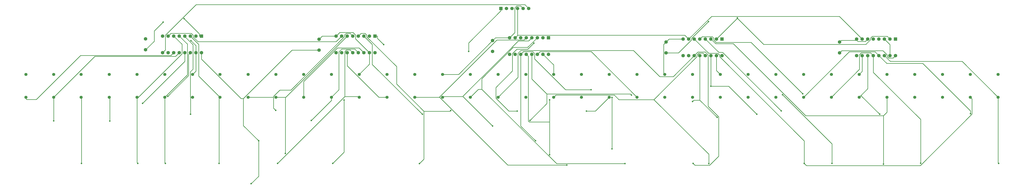
<source format=gbl>
G04 Layer: BottomLayer*
G04 EasyEDA v6.5.40, 2024-07-22 23:31:44*
G04 cb6e2e9fbd21486d88ae5690d2d3dc00,10*
G04 Gerber Generator version 0.2*
G04 Scale: 100 percent, Rotated: No, Reflected: No *
G04 Dimensions in millimeters *
G04 leading zeros omitted , absolute positions ,4 integer and 5 decimal *
%FSLAX45Y45*%
%MOMM*%

%ADD10C,0.2540*%
%ADD11C,1.6000*%
%ADD12R,1.6000X1.6000*%
%ADD13C,1.5748*%
%ADD14R,1.5748X1.5748*%
%ADD15C,1.4000*%
%ADD16C,0.7000*%
%ADD17C,0.0102*%

%LPD*%
D10*
X17018000Y2142007D02*
G01*
X16649725Y2142007D01*
X15201900Y3589832D01*
X15201900Y4191000D01*
X33037779Y5766688D02*
G01*
X34235643Y4568875D01*
X38910259Y4568875D01*
X39128700Y4787442D01*
X39128700Y4854447D01*
X39212266Y4938064D01*
X39892986Y4938064D01*
X40017700Y4813300D01*
X32084518Y4813300D02*
G01*
X33037779Y5766688D01*
X33037779Y5766688D02*
G01*
X33037779Y5790031D01*
X38747700Y4813300D02*
G01*
X37702998Y5857976D01*
X31859220Y5857976D01*
X30814518Y4813300D01*
X7014616Y4953000D02*
G01*
X7141921Y5080304D01*
X8065338Y5080304D01*
X8157616Y4988026D01*
X8157616Y4910810D01*
X8374989Y4693437D01*
X14688337Y4693437D01*
X14947900Y4953000D01*
X22987000Y4995926D02*
G01*
X30631891Y4995926D01*
X30814518Y4813300D01*
X22987000Y6223000D02*
G01*
X22987000Y4995926D01*
X22987000Y4995926D02*
G01*
X22987000Y4982641D01*
X22881158Y4876800D01*
X508000Y2142007D02*
G01*
X508000Y2066899D01*
X540664Y2034235D01*
X980262Y2034235D01*
X3002915Y4056887D01*
X7134504Y4056887D01*
X7268616Y4191000D01*
X23495000Y6223000D02*
G01*
X23324591Y6393408D01*
X8286318Y6393408D01*
X6887616Y4994706D01*
X6887616Y4318000D01*
X6760616Y4191000D01*
X38608000Y2142007D02*
G01*
X38684200Y2218080D01*
X38684200Y2218080D02*
G01*
X39001700Y2535707D01*
X39001700Y4051300D01*
X38684200Y2218080D02*
G01*
X39545768Y1356309D01*
X1779320Y2140686D02*
G01*
X3654729Y4016095D01*
X7347711Y4016095D01*
X7522616Y4191000D01*
X1778000Y2142007D02*
G01*
X1779320Y2140686D01*
X1779320Y2140686D02*
G01*
X1779320Y1050569D01*
X8037220Y1359915D02*
G01*
X8037220Y2142007D01*
X8128000Y2142007D02*
G01*
X8037220Y2142007D01*
X7776616Y4953000D02*
G01*
X7776616Y4925466D01*
X8143824Y4558258D01*
X8143824Y3427729D01*
X8029829Y3313734D01*
X8029829Y2149398D01*
X8037220Y2142007D01*
X5981700Y4322013D02*
G01*
X6373596Y4713909D01*
X6373596Y5185460D01*
X6782308Y5594172D01*
X40271700Y4051300D02*
G01*
X40161463Y3940987D01*
X39956740Y3940987D01*
X39890700Y4006977D01*
X39890700Y4083202D01*
X39693596Y4280280D01*
X37812725Y4280280D01*
X37714682Y4182313D01*
X22225000Y6223000D02*
G01*
X22225000Y6116345D01*
X22225000Y6116345D02*
G01*
X20748243Y4639589D01*
X20748243Y4245813D01*
X10804448Y-1835886D02*
G01*
X11146993Y-1493342D01*
X11146993Y138785D01*
X10451007Y2083384D02*
G01*
X10343083Y2083384D01*
X8538616Y3887851D01*
X8538616Y4191000D01*
X13914958Y4309313D02*
G01*
X12676936Y4309313D01*
X10451007Y2083384D01*
X10451007Y2083384D02*
G01*
X10451007Y834770D01*
X11146993Y138785D01*
X29781500Y4182313D02*
G01*
X30348174Y4182313D01*
X30941518Y4775682D01*
X30941518Y4841239D01*
X31716979Y5616702D01*
X38608000Y3191992D02*
G01*
X38747700Y3331692D01*
X38747700Y4051300D01*
X32258000Y3191992D02*
G01*
X32084518Y3365550D01*
X32084518Y4051300D01*
X39763700Y4813300D02*
G01*
X40017700Y4559300D01*
X40017700Y4051300D01*
X38493700Y4758309D02*
G01*
X38493700Y4813300D01*
X39001700Y4813300D02*
G01*
X38891718Y4703318D01*
X38548818Y4703318D01*
X38493700Y4758309D01*
X38493700Y4758309D02*
G01*
X37790882Y4758309D01*
X37714682Y4682312D01*
X30560518Y4813300D02*
G01*
X29912563Y4813300D01*
X29781500Y4682312D01*
X24638000Y3191992D02*
G01*
X24638000Y3627958D01*
X24151158Y4114800D01*
X23241000Y6223000D02*
G01*
X23127258Y6336741D01*
X22949077Y6336741D01*
X22860000Y6247663D01*
X22860000Y5109641D01*
X22627158Y4876800D01*
X14693900Y4953000D02*
G01*
X14058645Y4953000D01*
X13914958Y4809312D01*
X16217900Y4191000D02*
G01*
X15582900Y4826000D01*
X15582900Y4996154D01*
X15459557Y5119496D01*
X14860397Y5119496D01*
X14693900Y4953000D01*
X29718000Y3191992D02*
G01*
X29671009Y3238957D01*
X29671009Y4571847D01*
X29781500Y4682312D01*
X15748000Y3191992D02*
G01*
X16217900Y3661892D01*
X16217900Y4191000D01*
X22627158Y4876800D02*
G01*
X21979229Y4876800D01*
X21848241Y4745812D01*
X19558000Y3191992D02*
G01*
X20294422Y3191992D01*
X21848241Y4745812D01*
X8284616Y4191000D02*
G01*
X8277733Y4191000D01*
X8128000Y3191992D02*
G01*
X8277733Y3341725D01*
X8277733Y4191000D01*
X8277733Y4191000D02*
G01*
X8277733Y4513503D01*
X8052384Y4738852D01*
X8538641Y4953000D02*
G01*
X8430717Y4953000D01*
X8430717Y4953000D02*
G01*
X8430717Y5060924D01*
X7738160Y5753480D01*
X16579824Y4953000D02*
G01*
X16579824Y4845075D01*
X16862780Y4562119D01*
X16471900Y4953000D02*
G01*
X16579824Y4953000D01*
X6858000Y2142007D02*
G01*
X6858000Y-871499D01*
X6887006Y-900506D01*
X7522616Y4953000D02*
G01*
X7889798Y4585817D01*
X7889798Y3173806D01*
X6858000Y2142007D01*
X10668000Y2142007D02*
G01*
X11826113Y2142007D01*
X15455900Y4953000D02*
G01*
X15334843Y5074056D01*
X15152268Y5074056D01*
X15074900Y4996687D01*
X15074900Y4920157D01*
X12625654Y2470912D01*
X12113869Y2470912D01*
X11826113Y2183155D01*
X11826113Y2142007D01*
X11826113Y2142007D02*
G01*
X11826113Y1641703D01*
X11927306Y1540510D01*
X36026598Y2295296D02*
G01*
X33663636Y4658360D01*
X32068008Y4658360D01*
X31957518Y4768977D01*
X31957518Y4855565D01*
X31891477Y4921529D01*
X31430722Y4921529D01*
X31322518Y4813300D01*
X37366956Y-900125D02*
G01*
X37366956Y-4775D01*
X35107372Y2254885D01*
X39719758Y1291158D02*
G01*
X39719758Y-935710D01*
X39878000Y2142007D02*
G01*
X39878000Y1449400D01*
X39719758Y1291158D01*
X39719758Y1291158D02*
G01*
X36161979Y1291158D01*
X32853629Y4599482D01*
X32044386Y4599482D01*
X31830518Y4813300D01*
X35045904Y1512265D02*
G01*
X32358075Y4200169D01*
X32189674Y4200169D01*
X31576518Y4813300D01*
X36096956Y-902538D02*
G01*
X36193222Y-998778D01*
X41404793Y-998778D01*
X43768009Y1364361D01*
X43768009Y2061971D01*
X43688000Y2142007D01*
X31068518Y4813300D02*
G01*
X31722313Y4159377D01*
X32142684Y4159377D01*
X32223456Y4078655D01*
X32223456Y4007230D01*
X36096956Y133629D01*
X36096956Y-902538D01*
X31828486Y2643682D02*
G01*
X31830518Y2645537D01*
X31830518Y2645537D02*
G01*
X31830518Y4051300D01*
X31830518Y2645537D02*
G01*
X32638745Y2645537D01*
X33924493Y1359915D01*
X29221175Y2032025D02*
G01*
X31735013Y-481837D01*
X31735013Y-913460D01*
X31576518Y4051300D02*
G01*
X31458661Y4169029D01*
X31275527Y4169029D01*
X31195518Y4088917D01*
X31195518Y4006240D01*
X29221175Y2032025D01*
X24638000Y2142007D02*
G01*
X24736425Y2240432D01*
X27411934Y2240432D01*
X27620468Y2032025D01*
X29221175Y2032025D01*
X31322518Y4051300D02*
G01*
X31322518Y2006828D01*
X31322518Y2006828D02*
G01*
X32112204Y1216990D01*
X31322518Y2006828D02*
G01*
X31051245Y2006828D01*
X30988000Y1943607D01*
X31068518Y4051300D02*
G01*
X31237427Y4220184D01*
X31570675Y4220184D01*
X31703518Y4087495D01*
X31703518Y1723389D01*
X32186118Y1240713D01*
X32186118Y-566801D01*
X31770827Y-982040D01*
X31095441Y-982040D01*
X31016956Y-903579D01*
X22098000Y2142007D02*
G01*
X23008158Y3052165D01*
X23008158Y4159859D01*
X23136326Y4288028D01*
X28289504Y4288028D01*
X29487113Y3090468D01*
X30107636Y3090468D01*
X31068518Y4051300D01*
X23389158Y4876800D02*
G01*
X23280141Y4767783D01*
X22035795Y4767783D01*
X19414667Y2146655D01*
X19414667Y2146655D02*
G01*
X19410019Y2142007D01*
X18288000Y2142007D01*
X19414667Y2146655D02*
G01*
X22538588Y-977264D01*
X25243281Y-977264D01*
X27178000Y2142007D02*
G01*
X26541222Y1505229D01*
X26136854Y1505229D01*
X22967746Y1505229D02*
G01*
X22589210Y1505229D01*
X21994393Y2100046D01*
X21994393Y2589555D01*
X22754158Y3349320D01*
X22754158Y4142384D01*
X22956850Y4345076D01*
X23452327Y4345076D01*
X23732769Y4625517D01*
X28448000Y2142007D02*
G01*
X26353770Y4236364D01*
X24018722Y4236364D01*
X23897158Y4114800D01*
X27304745Y2129891D02*
G01*
X27304745Y-230276D01*
X28196540Y2237511D02*
G01*
X28139898Y2294128D01*
X24329110Y2294128D01*
X23643158Y4114800D02*
G01*
X23643158Y2980080D01*
X24329110Y2294128D01*
X24329110Y2294128D02*
G01*
X24329110Y1852447D01*
X23550727Y1074064D01*
X24452351Y1000277D02*
G01*
X23522457Y1000277D01*
X23480217Y1042517D01*
X23480217Y4023740D01*
X23389158Y4114800D01*
X24452351Y-503758D02*
G01*
X24452351Y1000277D01*
X24452351Y1000277D02*
G01*
X24452351Y2020646D01*
X26347927Y2489758D02*
G01*
X25183845Y2489758D01*
X23770158Y3903446D01*
X23770158Y4143044D01*
X23678997Y4234205D01*
X23254563Y4234205D01*
X23135158Y4114800D01*
X23135158Y4114800D02*
G01*
X23135158Y813384D01*
X23807775Y140766D01*
X15963900Y4953000D02*
G01*
X16344900Y4572000D01*
X16344900Y3648659D01*
X18633643Y1359915D01*
X12369190Y-446404D02*
G01*
X12369190Y2142007D01*
X11938000Y2142007D02*
G01*
X12369190Y2142007D01*
X12369190Y2142007D02*
G01*
X12390907Y2142007D01*
X15201900Y4953000D01*
X15963900Y4191000D02*
G01*
X15743478Y4411421D01*
X14748891Y4411421D01*
X13208000Y2870530D01*
X13208000Y2142007D01*
X14536420Y-901395D02*
G01*
X15055951Y-381863D01*
X15055951Y2014169D01*
X15709900Y4191000D02*
G01*
X15543072Y4357827D01*
X14951252Y4357827D01*
X14820900Y4227474D01*
X14820900Y2484907D01*
X14478000Y2142007D01*
X14478000Y2142007D02*
G01*
X14478000Y1992223D01*
X13559840Y1074064D01*
X15748000Y2142007D02*
G01*
X15716021Y2173986D01*
X15088031Y2173986D01*
X15455900Y4191000D02*
G01*
X15334843Y4312056D01*
X15162453Y4312056D01*
X15088031Y4237634D01*
X15088031Y2173986D01*
X15088031Y2173986D02*
G01*
X12012371Y-901674D01*
X4318000Y2142007D02*
G01*
X4346956Y2113051D01*
X4346956Y1048638D01*
X8030616Y4191000D02*
G01*
X7945450Y4105833D01*
X7945450Y3133623D01*
X6996531Y2184704D01*
X3035300Y2142007D02*
G01*
X3047720Y2129586D01*
X3047720Y-903579D01*
X5843600Y1858797D02*
G01*
X7776616Y3791813D01*
X7776616Y4191000D01*
X37338000Y2142007D02*
G01*
X38620700Y3424707D01*
X38620700Y4090365D01*
X38705790Y4175404D01*
X39131493Y4175404D01*
X39255700Y4051300D01*
X39255700Y4051300D02*
G01*
X39255700Y3285693D01*
X41419525Y1121892D01*
X41419525Y-893851D01*
X36068000Y2142007D02*
G01*
X38153593Y4227626D01*
X39333424Y4227626D01*
X39509700Y4051300D01*
X43693334Y1383715D02*
G01*
X43693334Y1511833D01*
X41511474Y3693464D01*
X39867586Y3693464D01*
X39509700Y4051300D01*
X44958000Y2142007D02*
G01*
X43314366Y3785768D01*
X40029129Y3785768D01*
X39763700Y4051300D01*
X44958000Y2142007D02*
G01*
X44958000Y-872921D01*
X44986956Y-901928D01*
X5588000Y2142007D02*
G01*
X5588000Y-865555D01*
X5624931Y-902487D01*
X7268616Y4953000D02*
G01*
X7642174Y4579442D01*
X7642174Y4136593D01*
X5647588Y2142007D01*
X5588000Y2142007D01*
X9385300Y2142007D02*
G01*
X8411616Y3115690D01*
X8411616Y4572000D01*
X8030616Y4953000D01*
X9385300Y2142007D02*
G01*
X9342450Y2099157D01*
X9342450Y-902893D01*
X18503188Y-913460D02*
G01*
X18707023Y-709625D01*
X18707023Y1496491D01*
X18707023Y1496491D02*
G01*
X17458867Y2744647D01*
X17458867Y3551504D01*
X16090900Y4919471D01*
X16090900Y4996662D01*
X16013531Y5074030D01*
X15830931Y5074030D01*
X15709900Y4953000D01*
X18707023Y1496491D02*
G01*
X19898944Y1496491D01*
X19934250Y1531797D01*
X20487284Y2175535D02*
G01*
X20487284Y2188667D01*
X23025608Y4726990D01*
X23493349Y4726990D01*
X23643158Y4876800D01*
X19558000Y2142007D02*
G01*
X19591527Y2175535D01*
X20487284Y2175535D01*
X20487284Y2175535D02*
G01*
X21843618Y819200D01*
X20828000Y2142007D02*
G01*
X21189264Y2503271D01*
X21353957Y2503271D01*
X21353957Y2503271D02*
G01*
X24770689Y-913460D01*
X27896565Y-913460D01*
X23897158Y4876800D02*
G01*
X23894897Y4876800D01*
X23448949Y4430852D01*
X22787533Y4430852D01*
X21353957Y2997276D01*
X21353957Y2503271D01*
D11*
G01*
X5981700Y4322013D03*
G01*
X5981700Y4822012D03*
G01*
X13914958Y4309313D03*
G01*
X13914958Y4809312D03*
G01*
X21848241Y4245813D03*
G01*
X21848241Y4745812D03*
G01*
X29781500Y4182313D03*
G01*
X29781500Y4682312D03*
G01*
X37714783Y4182313D03*
G01*
X37714783Y4682312D03*
G01*
X8538616Y4191000D03*
G01*
X8284616Y4191000D03*
G01*
X8030616Y4191000D03*
G01*
X7776616Y4191000D03*
G01*
X7522616Y4191000D03*
G01*
X7268616Y4191000D03*
G01*
X7014616Y4191000D03*
G01*
X6760616Y4191000D03*
G01*
X6760616Y4953000D03*
G01*
X7014616Y4953000D03*
G01*
X7268616Y4953000D03*
G01*
X7522616Y4953000D03*
G01*
X7776616Y4953000D03*
G01*
X8030616Y4953000D03*
G01*
X8284616Y4953000D03*
D12*
G01*
X8538641Y4953000D03*
D11*
G01*
X16471900Y4191000D03*
G01*
X16217900Y4191000D03*
G01*
X15963900Y4191000D03*
G01*
X15709900Y4191000D03*
G01*
X15455900Y4191000D03*
G01*
X15201900Y4191000D03*
G01*
X14947900Y4191000D03*
G01*
X14693900Y4191000D03*
G01*
X14693900Y4953000D03*
G01*
X14947900Y4953000D03*
G01*
X15201900Y4953000D03*
G01*
X15455900Y4953000D03*
G01*
X15709900Y4953000D03*
G01*
X15963900Y4953000D03*
G01*
X16217900Y4953000D03*
D12*
G01*
X16471900Y4953000D03*
D11*
G01*
X24405158Y4114800D03*
G01*
X24151158Y4114800D03*
G01*
X23897158Y4114800D03*
G01*
X23643158Y4114800D03*
G01*
X23389158Y4114800D03*
G01*
X23135158Y4114800D03*
G01*
X22881158Y4114800D03*
G01*
X22627158Y4114800D03*
G01*
X22627158Y4876800D03*
G01*
X22881158Y4876800D03*
G01*
X23135158Y4876800D03*
G01*
X23389158Y4876800D03*
G01*
X23643158Y4876800D03*
G01*
X23897158Y4876800D03*
G01*
X24151158Y4876800D03*
D12*
G01*
X24405183Y4876800D03*
D11*
G01*
X32338441Y4051300D03*
G01*
X32084441Y4051300D03*
G01*
X31830441Y4051300D03*
G01*
X31576441Y4051300D03*
G01*
X31322441Y4051300D03*
G01*
X31068441Y4051300D03*
G01*
X30814441Y4051300D03*
G01*
X30560441Y4051300D03*
G01*
X30560441Y4813300D03*
G01*
X30814441Y4813300D03*
G01*
X31068441Y4813300D03*
G01*
X31322441Y4813300D03*
G01*
X31576441Y4813300D03*
G01*
X31830441Y4813300D03*
G01*
X32084441Y4813300D03*
D12*
G01*
X32338441Y4813300D03*
D11*
G01*
X40271700Y4051300D03*
G01*
X40017700Y4051300D03*
G01*
X39763700Y4051300D03*
G01*
X39509700Y4051300D03*
G01*
X39255700Y4051300D03*
G01*
X39001700Y4051300D03*
G01*
X38747700Y4051300D03*
G01*
X38493700Y4051300D03*
G01*
X38493700Y4813300D03*
G01*
X38747700Y4813300D03*
G01*
X39001700Y4813300D03*
G01*
X39255700Y4813300D03*
G01*
X39509700Y4813300D03*
G01*
X39763700Y4813300D03*
G01*
X40017700Y4813300D03*
D12*
G01*
X40271700Y4813300D03*
D13*
G01*
X23495000Y6223000D03*
G01*
X23241000Y6223000D03*
G01*
X22987000Y6223000D03*
G01*
X22733000Y6223000D03*
G01*
X22479000Y6223000D03*
D14*
G01*
X22225000Y6223000D03*
D15*
G01*
X8128000Y2142007D03*
G01*
X8128000Y3191992D03*
G01*
X6858000Y2142007D03*
G01*
X6858000Y3191992D03*
G01*
X5588000Y2142007D03*
G01*
X5588000Y3191992D03*
G01*
X4318000Y2142007D03*
G01*
X4318000Y3191992D03*
G01*
X3035300Y2142007D03*
G01*
X3035300Y3191992D03*
G01*
X1778000Y2142007D03*
G01*
X1778000Y3191992D03*
G01*
X508000Y2142007D03*
G01*
X508000Y3191992D03*
G01*
X9385300Y2142007D03*
G01*
X9385300Y3191992D03*
G01*
X10668000Y2142007D03*
G01*
X10668000Y3191992D03*
G01*
X11938000Y2142007D03*
G01*
X11938000Y3191992D03*
G01*
X13208000Y2142007D03*
G01*
X13208000Y3191992D03*
G01*
X14478000Y2142007D03*
G01*
X14478000Y3191992D03*
G01*
X15748000Y2142007D03*
G01*
X15748000Y3191992D03*
G01*
X17018000Y2142007D03*
G01*
X17018000Y3191992D03*
G01*
X18288000Y2142007D03*
G01*
X18288000Y3191992D03*
G01*
X19558000Y2142007D03*
G01*
X19558000Y3191992D03*
G01*
X20828000Y2142007D03*
G01*
X20828000Y3191992D03*
G01*
X22098000Y2142007D03*
G01*
X22098000Y3191992D03*
G01*
X23368000Y2142007D03*
G01*
X23368000Y3191992D03*
G01*
X24638000Y2142007D03*
G01*
X24638000Y3191992D03*
G01*
X25908000Y2142007D03*
G01*
X25908000Y3191992D03*
G01*
X27178000Y2142007D03*
G01*
X27178000Y3191992D03*
G01*
X28448000Y2142007D03*
G01*
X28448000Y3191992D03*
G01*
X29718000Y2142007D03*
G01*
X29718000Y3191992D03*
G01*
X30988000Y2142007D03*
G01*
X30988000Y3191992D03*
G01*
X32258000Y2142007D03*
G01*
X32258000Y3191992D03*
G01*
X33528000Y2142007D03*
G01*
X33528000Y3191992D03*
G01*
X34798000Y2142007D03*
G01*
X34798000Y3191992D03*
G01*
X36068000Y2142007D03*
G01*
X36068000Y3191992D03*
G01*
X37338000Y2142007D03*
G01*
X37338000Y3191992D03*
G01*
X38608000Y2142007D03*
G01*
X38608000Y3191992D03*
G01*
X39878000Y2142007D03*
G01*
X39878000Y3191992D03*
G01*
X41148000Y2142007D03*
G01*
X41148000Y3191992D03*
G01*
X42418000Y2142007D03*
G01*
X42418000Y3191992D03*
G01*
X43688000Y2142007D03*
G01*
X43688000Y3191992D03*
G01*
X44958000Y2142007D03*
G01*
X44958000Y3191992D03*
D16*
G01*
X27896565Y-913460D03*
G01*
X21843618Y819200D03*
G01*
X19934250Y1531797D03*
G01*
X18503188Y-913460D03*
G01*
X9342450Y-902893D03*
G01*
X5624931Y-902487D03*
G01*
X44986956Y-901928D03*
G01*
X43693334Y1383715D03*
G01*
X41419525Y-893851D03*
G01*
X5843600Y1858797D03*
G01*
X3047720Y-903579D03*
G01*
X6996531Y2184704D03*
G01*
X4346956Y1048638D03*
G01*
X12012371Y-901674D03*
G01*
X13559840Y1074064D03*
G01*
X14536420Y-901395D03*
G01*
X15055951Y2014169D03*
G01*
X12369190Y-446404D03*
G01*
X18633643Y1359915D03*
G01*
X23807775Y140766D03*
G01*
X26347927Y2489758D03*
G01*
X24452351Y2020646D03*
G01*
X24452351Y-503758D03*
G01*
X28196540Y2237511D03*
G01*
X23550727Y1074064D03*
G01*
X27304745Y2129891D03*
G01*
X27304745Y-230276D03*
G01*
X23732769Y4625517D03*
G01*
X22967746Y1505229D03*
G01*
X26136854Y1505229D03*
G01*
X25243281Y-977264D03*
G01*
X31016956Y-903579D03*
G01*
X30988000Y1943607D03*
G01*
X32112204Y1216990D03*
G01*
X31735013Y-913460D03*
G01*
X33924493Y1359915D03*
G01*
X31828486Y2643682D03*
G01*
X36096956Y-902538D03*
G01*
X35045904Y1512265D03*
G01*
X39719758Y-935710D03*
G01*
X37366956Y-900125D03*
G01*
X35107372Y2254885D03*
G01*
X36026598Y2295296D03*
G01*
X11927306Y1540510D03*
G01*
X6887006Y-900506D03*
G01*
X16862780Y4562119D03*
G01*
X7738160Y5753480D03*
G01*
X8052384Y4738852D03*
G01*
X31716979Y5616702D03*
G01*
X11146993Y138785D03*
G01*
X10804448Y-1835886D03*
G01*
X20748243Y4245813D03*
G01*
X6782308Y5594172D03*
G01*
X8037220Y1359915D03*
G01*
X1779320Y1050569D03*
G01*
X39545768Y1356309D03*
G01*
X33037779Y5790031D03*
M02*

</source>
